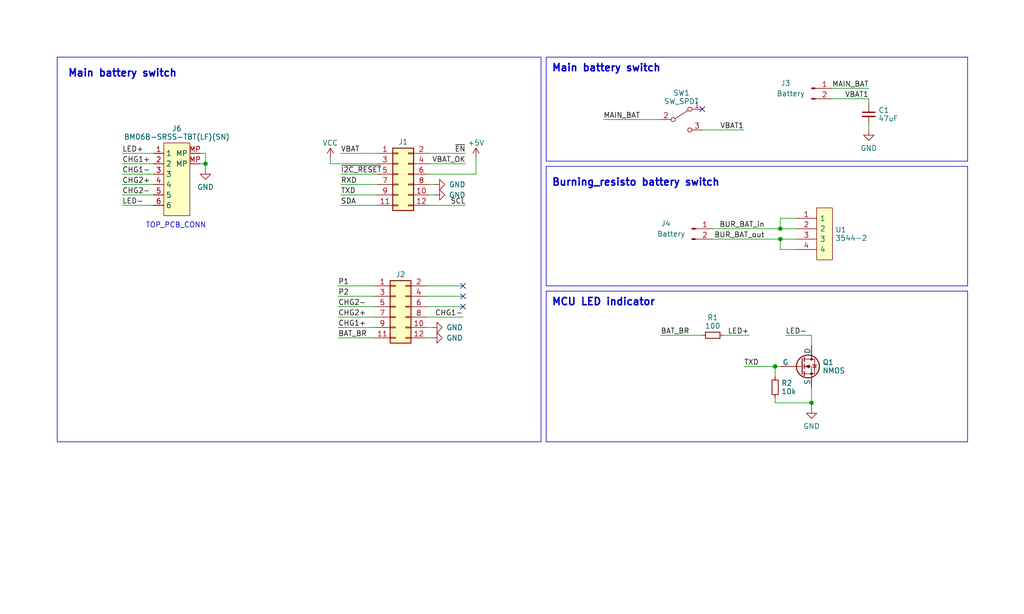
<source format=kicad_sch>
(kicad_sch (version 20230121) (generator eeschema)

  (uuid 65265907-6721-4f79-b3a8-f708d4e7460b)

  (paper "User" 250.012 150.012)

  (title_block
    (title "HexSense Svalbard - PWR")
    (date "2023-05-23")
    (company "MIT Media Lab")
    (comment 1 "Fangzheng Liu")
  )

  (lib_symbols
    (symbol "Connector:Conn_01x02_Male" (pin_names (offset 1.016) hide) (in_bom yes) (on_board yes)
      (property "Reference" "J" (at 0 2.54 0)
        (effects (font (size 1.27 1.27)))
      )
      (property "Value" "Conn_01x02_Male" (at 0 -5.08 0)
        (effects (font (size 1.27 1.27)))
      )
      (property "Footprint" "" (at 0 0 0)
        (effects (font (size 1.27 1.27)) hide)
      )
      (property "Datasheet" "~" (at 0 0 0)
        (effects (font (size 1.27 1.27)) hide)
      )
      (property "ki_keywords" "connector" (at 0 0 0)
        (effects (font (size 1.27 1.27)) hide)
      )
      (property "ki_description" "Generic connector, single row, 01x02, script generated (kicad-library-utils/schlib/autogen/connector/)" (at 0 0 0)
        (effects (font (size 1.27 1.27)) hide)
      )
      (property "ki_fp_filters" "Connector*:*_1x??_*" (at 0 0 0)
        (effects (font (size 1.27 1.27)) hide)
      )
      (symbol "Conn_01x02_Male_1_1"
        (polyline
          (pts
            (xy 1.27 -2.54)
            (xy 0.8636 -2.54)
          )
          (stroke (width 0.1524) (type default))
          (fill (type none))
        )
        (polyline
          (pts
            (xy 1.27 0)
            (xy 0.8636 0)
          )
          (stroke (width 0.1524) (type default))
          (fill (type none))
        )
        (rectangle (start 0.8636 -2.413) (end 0 -2.667)
          (stroke (width 0.1524) (type default))
          (fill (type outline))
        )
        (rectangle (start 0.8636 0.127) (end 0 -0.127)
          (stroke (width 0.1524) (type default))
          (fill (type outline))
        )
        (pin passive line (at 5.08 0 180) (length 3.81)
          (name "Pin_1" (effects (font (size 1.27 1.27))))
          (number "1" (effects (font (size 1.27 1.27))))
        )
        (pin passive line (at 5.08 -2.54 180) (length 3.81)
          (name "Pin_2" (effects (font (size 1.27 1.27))))
          (number "2" (effects (font (size 1.27 1.27))))
        )
      )
    )
    (symbol "Connector_Generic:Conn_02x06_Odd_Even" (pin_names (offset 1.016) hide) (in_bom yes) (on_board yes)
      (property "Reference" "J" (at 1.27 7.62 0)
        (effects (font (size 1.27 1.27)))
      )
      (property "Value" "Conn_02x06_Odd_Even" (at 1.27 -10.16 0)
        (effects (font (size 1.27 1.27)))
      )
      (property "Footprint" "" (at 0 0 0)
        (effects (font (size 1.27 1.27)) hide)
      )
      (property "Datasheet" "~" (at 0 0 0)
        (effects (font (size 1.27 1.27)) hide)
      )
      (property "ki_keywords" "connector" (at 0 0 0)
        (effects (font (size 1.27 1.27)) hide)
      )
      (property "ki_description" "Generic connector, double row, 02x06, odd/even pin numbering scheme (row 1 odd numbers, row 2 even numbers), script generated (kicad-library-utils/schlib/autogen/connector/)" (at 0 0 0)
        (effects (font (size 1.27 1.27)) hide)
      )
      (property "ki_fp_filters" "Connector*:*_2x??_*" (at 0 0 0)
        (effects (font (size 1.27 1.27)) hide)
      )
      (symbol "Conn_02x06_Odd_Even_1_1"
        (rectangle (start -1.27 -7.493) (end 0 -7.747)
          (stroke (width 0.1524) (type default))
          (fill (type none))
        )
        (rectangle (start -1.27 -4.953) (end 0 -5.207)
          (stroke (width 0.1524) (type default))
          (fill (type none))
        )
        (rectangle (start -1.27 -2.413) (end 0 -2.667)
          (stroke (width 0.1524) (type default))
          (fill (type none))
        )
        (rectangle (start -1.27 0.127) (end 0 -0.127)
          (stroke (width 0.1524) (type default))
          (fill (type none))
        )
        (rectangle (start -1.27 2.667) (end 0 2.413)
          (stroke (width 0.1524) (type default))
          (fill (type none))
        )
        (rectangle (start -1.27 5.207) (end 0 4.953)
          (stroke (width 0.1524) (type default))
          (fill (type none))
        )
        (rectangle (start -1.27 6.35) (end 3.81 -8.89)
          (stroke (width 0.254) (type default))
          (fill (type background))
        )
        (rectangle (start 3.81 -7.493) (end 2.54 -7.747)
          (stroke (width 0.1524) (type default))
          (fill (type none))
        )
        (rectangle (start 3.81 -4.953) (end 2.54 -5.207)
          (stroke (width 0.1524) (type default))
          (fill (type none))
        )
        (rectangle (start 3.81 -2.413) (end 2.54 -2.667)
          (stroke (width 0.1524) (type default))
          (fill (type none))
        )
        (rectangle (start 3.81 0.127) (end 2.54 -0.127)
          (stroke (width 0.1524) (type default))
          (fill (type none))
        )
        (rectangle (start 3.81 2.667) (end 2.54 2.413)
          (stroke (width 0.1524) (type default))
          (fill (type none))
        )
        (rectangle (start 3.81 5.207) (end 2.54 4.953)
          (stroke (width 0.1524) (type default))
          (fill (type none))
        )
        (pin passive line (at -5.08 5.08 0) (length 3.81)
          (name "Pin_1" (effects (font (size 1.27 1.27))))
          (number "1" (effects (font (size 1.27 1.27))))
        )
        (pin passive line (at 7.62 -5.08 180) (length 3.81)
          (name "Pin_10" (effects (font (size 1.27 1.27))))
          (number "10" (effects (font (size 1.27 1.27))))
        )
        (pin passive line (at -5.08 -7.62 0) (length 3.81)
          (name "Pin_11" (effects (font (size 1.27 1.27))))
          (number "11" (effects (font (size 1.27 1.27))))
        )
        (pin passive line (at 7.62 -7.62 180) (length 3.81)
          (name "Pin_12" (effects (font (size 1.27 1.27))))
          (number "12" (effects (font (size 1.27 1.27))))
        )
        (pin passive line (at 7.62 5.08 180) (length 3.81)
          (name "Pin_2" (effects (font (size 1.27 1.27))))
          (number "2" (effects (font (size 1.27 1.27))))
        )
        (pin passive line (at -5.08 2.54 0) (length 3.81)
          (name "Pin_3" (effects (font (size 1.27 1.27))))
          (number "3" (effects (font (size 1.27 1.27))))
        )
        (pin passive line (at 7.62 2.54 180) (length 3.81)
          (name "Pin_4" (effects (font (size 1.27 1.27))))
          (number "4" (effects (font (size 1.27 1.27))))
        )
        (pin passive line (at -5.08 0 0) (length 3.81)
          (name "Pin_5" (effects (font (size 1.27 1.27))))
          (number "5" (effects (font (size 1.27 1.27))))
        )
        (pin passive line (at 7.62 0 180) (length 3.81)
          (name "Pin_6" (effects (font (size 1.27 1.27))))
          (number "6" (effects (font (size 1.27 1.27))))
        )
        (pin passive line (at -5.08 -2.54 0) (length 3.81)
          (name "Pin_7" (effects (font (size 1.27 1.27))))
          (number "7" (effects (font (size 1.27 1.27))))
        )
        (pin passive line (at 7.62 -2.54 180) (length 3.81)
          (name "Pin_8" (effects (font (size 1.27 1.27))))
          (number "8" (effects (font (size 1.27 1.27))))
        )
        (pin passive line (at -5.08 -5.08 0) (length 3.81)
          (name "Pin_9" (effects (font (size 1.27 1.27))))
          (number "9" (effects (font (size 1.27 1.27))))
        )
      )
    )
    (symbol "Device:C_Small" (pin_numbers hide) (pin_names (offset 0.254) hide) (in_bom yes) (on_board yes)
      (property "Reference" "C" (at 0.254 1.778 0)
        (effects (font (size 1.27 1.27)) (justify left))
      )
      (property "Value" "C_Small" (at 0.254 -2.032 0)
        (effects (font (size 1.27 1.27)) (justify left))
      )
      (property "Footprint" "" (at 0 0 0)
        (effects (font (size 1.27 1.27)) hide)
      )
      (property "Datasheet" "~" (at 0 0 0)
        (effects (font (size 1.27 1.27)) hide)
      )
      (property "ki_keywords" "capacitor cap" (at 0 0 0)
        (effects (font (size 1.27 1.27)) hide)
      )
      (property "ki_description" "Unpolarized capacitor, small symbol" (at 0 0 0)
        (effects (font (size 1.27 1.27)) hide)
      )
      (property "ki_fp_filters" "C_*" (at 0 0 0)
        (effects (font (size 1.27 1.27)) hide)
      )
      (symbol "C_Small_0_1"
        (polyline
          (pts
            (xy -1.524 -0.508)
            (xy 1.524 -0.508)
          )
          (stroke (width 0.3302) (type default))
          (fill (type none))
        )
        (polyline
          (pts
            (xy -1.524 0.508)
            (xy 1.524 0.508)
          )
          (stroke (width 0.3048) (type default))
          (fill (type none))
        )
      )
      (symbol "C_Small_1_1"
        (pin passive line (at 0 2.54 270) (length 2.032)
          (name "~" (effects (font (size 1.27 1.27))))
          (number "1" (effects (font (size 1.27 1.27))))
        )
        (pin passive line (at 0 -2.54 90) (length 2.032)
          (name "~" (effects (font (size 1.27 1.27))))
          (number "2" (effects (font (size 1.27 1.27))))
        )
      )
    )
    (symbol "Device:R_Small" (pin_numbers hide) (pin_names (offset 0.254) hide) (in_bom yes) (on_board yes)
      (property "Reference" "R" (at 0.762 0.508 0)
        (effects (font (size 1.27 1.27)) (justify left))
      )
      (property "Value" "R_Small" (at 0.762 -1.016 0)
        (effects (font (size 1.27 1.27)) (justify left))
      )
      (property "Footprint" "" (at 0 0 0)
        (effects (font (size 1.27 1.27)) hide)
      )
      (property "Datasheet" "~" (at 0 0 0)
        (effects (font (size 1.27 1.27)) hide)
      )
      (property "ki_keywords" "R resistor" (at 0 0 0)
        (effects (font (size 1.27 1.27)) hide)
      )
      (property "ki_description" "Resistor, small symbol" (at 0 0 0)
        (effects (font (size 1.27 1.27)) hide)
      )
      (property "ki_fp_filters" "R_*" (at 0 0 0)
        (effects (font (size 1.27 1.27)) hide)
      )
      (symbol "R_Small_0_1"
        (rectangle (start -0.762 1.778) (end 0.762 -1.778)
          (stroke (width 0.2032) (type default))
          (fill (type none))
        )
      )
      (symbol "R_Small_1_1"
        (pin passive line (at 0 2.54 270) (length 0.762)
          (name "~" (effects (font (size 1.27 1.27))))
          (number "1" (effects (font (size 1.27 1.27))))
        )
        (pin passive line (at 0 -2.54 90) (length 0.762)
          (name "~" (effects (font (size 1.27 1.27))))
          (number "2" (effects (font (size 1.27 1.27))))
        )
      )
    )
    (symbol "Mylib:BM06B-SURS-TF(LF)(SN)" (in_bom yes) (on_board yes)
      (property "Reference" "J" (at 0 6.35 0)
        (effects (font (size 1.27 1.27)))
      )
      (property "Value" "BM06B-SURS-TF(LF)(SN)" (at 0 3.81 0)
        (effects (font (size 1.27 1.27)))
      )
      (property "Footprint" "" (at 0 0 0)
        (effects (font (size 1.27 1.27)) hide)
      )
      (property "Datasheet" "" (at 0 0 0)
        (effects (font (size 1.27 1.27)) hide)
      )
      (symbol "BM06B-SURS-TF(LF)(SN)_0_1"
        (rectangle (start -2.54 2.54) (end 3.81 -15.24)
          (stroke (width 0.1524) (type default))
          (fill (type background))
        )
      )
      (symbol "BM06B-SURS-TF(LF)(SN)_1_1"
        (pin input line (at -5.08 0 0) (length 2.54)
          (name "1" (effects (font (size 1.27 1.27))))
          (number "1" (effects (font (size 1.27 1.27))))
        )
        (pin input line (at -5.08 -2.54 0) (length 2.54)
          (name "2" (effects (font (size 1.27 1.27))))
          (number "2" (effects (font (size 1.27 1.27))))
        )
        (pin input line (at -5.08 -5.08 0) (length 2.54)
          (name "3" (effects (font (size 1.27 1.27))))
          (number "3" (effects (font (size 1.27 1.27))))
        )
        (pin input line (at -5.08 -7.62 0) (length 2.54)
          (name "4" (effects (font (size 1.27 1.27))))
          (number "4" (effects (font (size 1.27 1.27))))
        )
        (pin input line (at -5.08 -10.16 0) (length 2.54)
          (name "5" (effects (font (size 1.27 1.27))))
          (number "5" (effects (font (size 1.27 1.27))))
        )
        (pin input line (at -5.08 -12.7 0) (length 2.54)
          (name "6" (effects (font (size 1.27 1.27))))
          (number "6" (effects (font (size 1.27 1.27))))
        )
        (pin input line (at 6.35 -2.54 180) (length 2.54)
          (name "MP" (effects (font (size 1.27 1.27))))
          (number "MP" (effects (font (size 1.27 1.27))))
        )
        (pin input line (at 6.35 0 180) (length 2.54)
          (name "MP" (effects (font (size 1.27 1.27))))
          (number "MP" (effects (font (size 1.27 1.27))))
        )
      )
    )
    (symbol "SamacSys_Parts:3544-2" (pin_names (offset 0.762)) (in_bom yes) (on_board yes)
      (property "Reference" "U1" (at 10.16 -2.54 0)
        (effects (font (size 1.27 1.27)) (justify left))
      )
      (property "Value" "3544-2" (at 10.16 -5.08 0)
        (effects (font (size 1.27 1.27)) (justify left))
      )
      (property "Footprint" "SamacSys_Parts:3544-2" (at 16.51 2.54 0)
        (effects (font (size 1.27 1.27)) (justify left) hide)
      )
      (property "Datasheet" "http://www.keyelco.com/product-pdf.cfm?p=1376" (at 16.51 0 0)
        (effects (font (size 1.27 1.27)) (justify left) hide)
      )
      (property "Description" "KEYSTONE - 3544-2 - FUSE HOLDER, 20A" (at 17.78 -2.54 0)
        (effects (font (size 1.27 1.27)) (justify left) hide)
      )
      (property "Height" "" (at 16.51 -5.08 0)
        (effects (font (size 1.27 1.27)) (justify left) hide)
      )
      (property "Manufacturer_Name" "Keystone Electronics" (at 16.51 -7.62 0)
        (effects (font (size 1.27 1.27)) (justify left) hide)
      )
      (property "Manufacturer_Part_Number" "3544-2" (at 16.51 -10.16 0)
        (effects (font (size 1.27 1.27)) (justify left) hide)
      )
      (property "Mouser Part Number" "534-3544-2" (at 16.51 -12.7 0)
        (effects (font (size 1.27 1.27)) (justify left) hide)
      )
      (property "Mouser Price/Stock" "https://www.mouser.co.uk/ProductDetail/Keystone-Electronics/3544-2?qs=zfzUrXoPZmgpv1XvMy4yHg%3D%3D" (at 16.51 -15.24 0)
        (effects (font (size 1.27 1.27)) (justify left) hide)
      )
      (property "Arrow Part Number" "3544-2" (at 16.51 -17.78 0)
        (effects (font (size 1.27 1.27)) (justify left) hide)
      )
      (property "Arrow Price/Stock" "https://www.arrow.com/en/products/3544-2/keystone-electronics?region=europe" (at 16.51 -20.32 0)
        (effects (font (size 1.27 1.27)) (justify left) hide)
      )
      (property "ki_description" "KEYSTONE - 3544-2 - FUSE HOLDER, 20A" (at 0 0 0)
        (effects (font (size 1.27 1.27)) hide)
      )
      (symbol "3544-2_0_0"
        (pin passive line (at 0 0 0) (length 5.08)
          (name "1" (effects (font (size 1.27 1.27))))
          (number "1" (effects (font (size 1.27 1.27))))
        )
        (pin passive line (at 0 -2.54 0) (length 5.08)
          (name "2" (effects (font (size 1.27 1.27))))
          (number "2" (effects (font (size 1.27 1.27))))
        )
        (pin passive line (at 0 -5.08 0) (length 5.08)
          (name "3" (effects (font (size 1.27 1.27))))
          (number "3" (effects (font (size 1.27 1.27))))
        )
        (pin passive line (at 0 -7.62 0) (length 5.08)
          (name "4" (effects (font (size 1.27 1.27))))
          (number "4" (effects (font (size 1.27 1.27))))
        )
      )
      (symbol "3544-2_1_1"
        (polyline
          (pts
            (xy 5.08 2.54)
            (xy 8.89 2.54)
            (xy 8.89 -10.16)
            (xy 5.08 -10.16)
            (xy 5.08 2.54)
          )
          (stroke (width 0.1524) (type solid))
          (fill (type background))
        )
      )
    )
    (symbol "Simulation_SPICE:NMOS" (pin_numbers hide) (pin_names (offset 0)) (in_bom yes) (on_board yes)
      (property "Reference" "Q" (at 5.08 1.27 0)
        (effects (font (size 1.27 1.27)) (justify left))
      )
      (property "Value" "NMOS" (at 5.08 -1.27 0)
        (effects (font (size 1.27 1.27)) (justify left))
      )
      (property "Footprint" "" (at 5.08 2.54 0)
        (effects (font (size 1.27 1.27)) hide)
      )
      (property "Datasheet" "https://ngspice.sourceforge.io/docs/ngspice-manual.pdf" (at 0 -12.7 0)
        (effects (font (size 1.27 1.27)) hide)
      )
      (property "Sim.Device" "NMOS" (at 0 -17.145 0)
        (effects (font (size 1.27 1.27)) hide)
      )
      (property "Sim.Type" "VDMOS" (at 0 -19.05 0)
        (effects (font (size 1.27 1.27)) hide)
      )
      (property "Sim.Pins" "1=D 2=G 3=S" (at 0 -15.24 0)
        (effects (font (size 1.27 1.27)) hide)
      )
      (property "ki_keywords" "transistor NMOS N-MOS N-MOSFET simulation" (at 0 0 0)
        (effects (font (size 1.27 1.27)) hide)
      )
      (property "ki_description" "N-MOSFET transistor, drain/source/gate" (at 0 0 0)
        (effects (font (size 1.27 1.27)) hide)
      )
      (symbol "NMOS_0_1"
        (polyline
          (pts
            (xy 0.254 0)
            (xy -2.54 0)
          )
          (stroke (width 0) (type default))
          (fill (type none))
        )
        (polyline
          (pts
            (xy 0.254 1.905)
            (xy 0.254 -1.905)
          )
          (stroke (width 0.254) (type default))
          (fill (type none))
        )
        (polyline
          (pts
            (xy 0.762 -1.27)
            (xy 0.762 -2.286)
          )
          (stroke (width 0.254) (type default))
          (fill (type none))
        )
        (polyline
          (pts
            (xy 0.762 0.508)
            (xy 0.762 -0.508)
          )
          (stroke (width 0.254) (type default))
          (fill (type none))
        )
        (polyline
          (pts
            (xy 0.762 2.286)
            (xy 0.762 1.27)
          )
          (stroke (width 0.254) (type default))
          (fill (type none))
        )
        (polyline
          (pts
            (xy 2.54 2.54)
            (xy 2.54 1.778)
          )
          (stroke (width 0) (type default))
          (fill (type none))
        )
        (polyline
          (pts
            (xy 2.54 -2.54)
            (xy 2.54 0)
            (xy 0.762 0)
          )
          (stroke (width 0) (type default))
          (fill (type none))
        )
        (polyline
          (pts
            (xy 0.762 -1.778)
            (xy 3.302 -1.778)
            (xy 3.302 1.778)
            (xy 0.762 1.778)
          )
          (stroke (width 0) (type default))
          (fill (type none))
        )
        (polyline
          (pts
            (xy 1.016 0)
            (xy 2.032 0.381)
            (xy 2.032 -0.381)
            (xy 1.016 0)
          )
          (stroke (width 0) (type default))
          (fill (type outline))
        )
        (polyline
          (pts
            (xy 2.794 0.508)
            (xy 2.921 0.381)
            (xy 3.683 0.381)
            (xy 3.81 0.254)
          )
          (stroke (width 0) (type default))
          (fill (type none))
        )
        (polyline
          (pts
            (xy 3.302 0.381)
            (xy 2.921 -0.254)
            (xy 3.683 -0.254)
            (xy 3.302 0.381)
          )
          (stroke (width 0) (type default))
          (fill (type none))
        )
        (circle (center 1.651 0) (radius 2.794)
          (stroke (width 0.254) (type default))
          (fill (type none))
        )
        (circle (center 2.54 -1.778) (radius 0.254)
          (stroke (width 0) (type default))
          (fill (type outline))
        )
        (circle (center 2.54 1.778) (radius 0.254)
          (stroke (width 0) (type default))
          (fill (type outline))
        )
      )
      (symbol "NMOS_1_1"
        (pin passive line (at 2.54 5.08 270) (length 2.54)
          (name "D" (effects (font (size 1.27 1.27))))
          (number "1" (effects (font (size 1.27 1.27))))
        )
        (pin input line (at -5.08 0 0) (length 2.54)
          (name "G" (effects (font (size 1.27 1.27))))
          (number "2" (effects (font (size 1.27 1.27))))
        )
        (pin passive line (at 2.54 -5.08 90) (length 2.54)
          (name "S" (effects (font (size 1.27 1.27))))
          (number "3" (effects (font (size 1.27 1.27))))
        )
      )
    )
    (symbol "Switch:SW_SPDT" (pin_names (offset 0) hide) (in_bom yes) (on_board yes)
      (property "Reference" "SW" (at 0 4.318 0)
        (effects (font (size 1.27 1.27)))
      )
      (property "Value" "SW_SPDT" (at 0 -5.08 0)
        (effects (font (size 1.27 1.27)))
      )
      (property "Footprint" "" (at 0 0 0)
        (effects (font (size 1.27 1.27)) hide)
      )
      (property "Datasheet" "~" (at 0 0 0)
        (effects (font (size 1.27 1.27)) hide)
      )
      (property "ki_keywords" "switch single-pole double-throw spdt ON-ON" (at 0 0 0)
        (effects (font (size 1.27 1.27)) hide)
      )
      (property "ki_description" "Switch, single pole double throw" (at 0 0 0)
        (effects (font (size 1.27 1.27)) hide)
      )
      (symbol "SW_SPDT_0_0"
        (circle (center -2.032 0) (radius 0.508)
          (stroke (width 0) (type default))
          (fill (type none))
        )
        (circle (center 2.032 -2.54) (radius 0.508)
          (stroke (width 0) (type default))
          (fill (type none))
        )
      )
      (symbol "SW_SPDT_0_1"
        (polyline
          (pts
            (xy -1.524 0.254)
            (xy 1.651 2.286)
          )
          (stroke (width 0) (type default))
          (fill (type none))
        )
        (circle (center 2.032 2.54) (radius 0.508)
          (stroke (width 0) (type default))
          (fill (type none))
        )
      )
      (symbol "SW_SPDT_1_1"
        (pin passive line (at 5.08 2.54 180) (length 2.54)
          (name "A" (effects (font (size 1.27 1.27))))
          (number "1" (effects (font (size 1.27 1.27))))
        )
        (pin passive line (at -5.08 0 0) (length 2.54)
          (name "B" (effects (font (size 1.27 1.27))))
          (number "2" (effects (font (size 1.27 1.27))))
        )
        (pin passive line (at 5.08 -2.54 180) (length 2.54)
          (name "C" (effects (font (size 1.27 1.27))))
          (number "3" (effects (font (size 1.27 1.27))))
        )
      )
    )
    (symbol "power:+5V" (power) (pin_names (offset 0)) (in_bom yes) (on_board yes)
      (property "Reference" "#PWR" (at 0 -3.81 0)
        (effects (font (size 1.27 1.27)) hide)
      )
      (property "Value" "+5V" (at 0 3.556 0)
        (effects (font (size 1.27 1.27)))
      )
      (property "Footprint" "" (at 0 0 0)
        (effects (font (size 1.27 1.27)) hide)
      )
      (property "Datasheet" "" (at 0 0 0)
        (effects (font (size 1.27 1.27)) hide)
      )
      (property "ki_keywords" "power-flag" (at 0 0 0)
        (effects (font (size 1.27 1.27)) hide)
      )
      (property "ki_description" "Power symbol creates a global label with name \"+5V\"" (at 0 0 0)
        (effects (font (size 1.27 1.27)) hide)
      )
      (symbol "+5V_0_1"
        (polyline
          (pts
            (xy -0.762 1.27)
            (xy 0 2.54)
          )
          (stroke (width 0) (type default))
          (fill (type none))
        )
        (polyline
          (pts
            (xy 0 0)
            (xy 0 2.54)
          )
          (stroke (width 0) (type default))
          (fill (type none))
        )
        (polyline
          (pts
            (xy 0 2.54)
            (xy 0.762 1.27)
          )
          (stroke (width 0) (type default))
          (fill (type none))
        )
      )
      (symbol "+5V_1_1"
        (pin power_in line (at 0 0 90) (length 0) hide
          (name "+5V" (effects (font (size 1.27 1.27))))
          (number "1" (effects (font (size 1.27 1.27))))
        )
      )
    )
    (symbol "power:GND" (power) (pin_names (offset 0)) (in_bom yes) (on_board yes)
      (property "Reference" "#PWR" (at 0 -6.35 0)
        (effects (font (size 1.27 1.27)) hide)
      )
      (property "Value" "GND" (at 0 -3.81 0)
        (effects (font (size 1.27 1.27)))
      )
      (property "Footprint" "" (at 0 0 0)
        (effects (font (size 1.27 1.27)) hide)
      )
      (property "Datasheet" "" (at 0 0 0)
        (effects (font (size 1.27 1.27)) hide)
      )
      (property "ki_keywords" "power-flag" (at 0 0 0)
        (effects (font (size 1.27 1.27)) hide)
      )
      (property "ki_description" "Power symbol creates a global label with name \"GND\" , ground" (at 0 0 0)
        (effects (font (size 1.27 1.27)) hide)
      )
      (symbol "GND_0_1"
        (polyline
          (pts
            (xy 0 0)
            (xy 0 -1.27)
            (xy 1.27 -1.27)
            (xy 0 -2.54)
            (xy -1.27 -1.27)
            (xy 0 -1.27)
          )
          (stroke (width 0) (type default))
          (fill (type none))
        )
      )
      (symbol "GND_1_1"
        (pin power_in line (at 0 0 270) (length 0) hide
          (name "GND" (effects (font (size 1.27 1.27))))
          (number "1" (effects (font (size 1.27 1.27))))
        )
      )
    )
    (symbol "power:VCC" (power) (pin_names (offset 0)) (in_bom yes) (on_board yes)
      (property "Reference" "#PWR" (at 0 -3.81 0)
        (effects (font (size 1.27 1.27)) hide)
      )
      (property "Value" "VCC" (at 0 3.81 0)
        (effects (font (size 1.27 1.27)))
      )
      (property "Footprint" "" (at 0 0 0)
        (effects (font (size 1.27 1.27)) hide)
      )
      (property "Datasheet" "" (at 0 0 0)
        (effects (font (size 1.27 1.27)) hide)
      )
      (property "ki_keywords" "global power" (at 0 0 0)
        (effects (font (size 1.27 1.27)) hide)
      )
      (property "ki_description" "Power symbol creates a global label with name \"VCC\"" (at 0 0 0)
        (effects (font (size 1.27 1.27)) hide)
      )
      (symbol "VCC_0_1"
        (polyline
          (pts
            (xy -0.762 1.27)
            (xy 0 2.54)
          )
          (stroke (width 0) (type default))
          (fill (type none))
        )
        (polyline
          (pts
            (xy 0 0)
            (xy 0 2.54)
          )
          (stroke (width 0) (type default))
          (fill (type none))
        )
        (polyline
          (pts
            (xy 0 2.54)
            (xy 0.762 1.27)
          )
          (stroke (width 0) (type default))
          (fill (type none))
        )
      )
      (symbol "VCC_1_1"
        (pin power_in line (at 0 0 90) (length 0) hide
          (name "VCC" (effects (font (size 1.27 1.27))))
          (number "1" (effects (font (size 1.27 1.27))))
        )
      )
    )
  )

  (junction (at 190.5 58.42) (diameter 0) (color 0 0 0 0)
    (uuid 4539ac84-699c-416d-bcf3-26f4eaed32da)
  )
  (junction (at 190.5 55.88) (diameter 0) (color 0 0 0 0)
    (uuid 504afac5-14ca-4288-86c7-4f499e24adf0)
  )
  (junction (at 198.12 98.425) (diameter 0) (color 0 0 0 0)
    (uuid 5f941108-7171-47a6-9639-0076263c8cb4)
  )
  (junction (at 189.23 89.535) (diameter 0) (color 0 0 0 0)
    (uuid 8b7eb9aa-13d9-4d7d-a3c0-521dd65b121e)
  )
  (junction (at 50.165 40.005) (diameter 0) (color 0 0 0 0)
    (uuid 9a0b55ac-c17c-471b-8a0e-e9b92df120c9)
  )

  (no_connect (at 171.45 26.67) (uuid 138df41c-aa45-4188-9d8b-788c1c9eba30))
  (no_connect (at 113.03 69.85) (uuid 37783b44-fbce-4595-a25e-e1863b12b213))
  (no_connect (at 113.03 74.93) (uuid 4315f4a4-0b5e-41f5-89e1-617153e122ee))
  (no_connect (at 113.03 72.39) (uuid e011afd3-1294-44e5-bae7-7c77e9cef1c5))

  (wire (pts (xy 82.55 80.01) (xy 91.44 80.01))
    (stroke (width 0) (type default))
    (uuid 0045f23c-9eba-48d1-986b-2407f6cdaa38)
  )
  (polyline (pts (xy 236.22 40.64) (xy 236.22 69.85))
    (stroke (width 0) (type default))
    (uuid 027d512b-e8c6-4a51-acb7-2e0c7560e559)
  )

  (wire (pts (xy 29.845 42.545) (xy 37.465 42.545))
    (stroke (width 0) (type default))
    (uuid 0719eb21-f7cf-4a21-86bf-cdb0c3494331)
  )
  (wire (pts (xy 171.45 31.75) (xy 181.61 31.75))
    (stroke (width 0) (type default))
    (uuid 0fecc62d-c589-4edb-9edd-dd6fdc989446)
  )
  (wire (pts (xy 83.185 37.465) (xy 92.075 37.465))
    (stroke (width 0) (type default))
    (uuid 12714f8a-61e4-4629-9271-1936453900ed)
  )
  (wire (pts (xy 104.775 40.005) (xy 113.665 40.005))
    (stroke (width 0) (type default))
    (uuid 16253c42-2c31-4e25-8cc3-073230ac297e)
  )
  (wire (pts (xy 203.2 21.59) (xy 212.09 21.59))
    (stroke (width 0) (type default))
    (uuid 18c4d9f3-cadc-4442-9fbd-a7ceac83d41d)
  )
  (polyline (pts (xy 133.35 13.97) (xy 133.35 39.37))
    (stroke (width 0) (type default))
    (uuid 1c8c2bc9-89ec-4a26-a70b-0588137c3bfa)
  )
  (polyline (pts (xy 236.22 39.37) (xy 133.35 39.37))
    (stroke (width 0) (type default))
    (uuid 2da2df58-cbfd-4b3c-8cb1-632acfe45655)
  )
  (polyline (pts (xy 13.97 13.97) (xy 13.97 107.95))
    (stroke (width 0) (type default))
    (uuid 2ee0b466-c444-4035-84c9-a050e466f5bc)
  )

  (wire (pts (xy 104.14 74.93) (xy 113.03 74.93))
    (stroke (width 0) (type default))
    (uuid 36a9def0-b220-496c-a586-9544fa09c5ee)
  )
  (wire (pts (xy 104.775 50.165) (xy 113.665 50.165))
    (stroke (width 0) (type default))
    (uuid 3982c744-f4e8-4662-83ad-e687811e23d3)
  )
  (wire (pts (xy 48.895 40.005) (xy 50.165 40.005))
    (stroke (width 0) (type default))
    (uuid 401610d2-6ae5-4fec-b776-85942803d6d6)
  )
  (wire (pts (xy 116.205 42.545) (xy 116.205 38.735))
    (stroke (width 0) (type default))
    (uuid 41b5b2b1-1678-461e-b0d5-0d7db7fce728)
  )
  (polyline (pts (xy 236.22 107.95) (xy 133.35 107.95))
    (stroke (width 0) (type default))
    (uuid 4b429acb-57b4-4989-9e8d-1082f8a5adf3)
  )

  (wire (pts (xy 203.2 24.13) (xy 212.09 24.13))
    (stroke (width 0) (type default))
    (uuid 4e8ed6e0-0dab-47f5-bcf0-a4956039639c)
  )
  (wire (pts (xy 212.09 30.48) (xy 212.09 31.75))
    (stroke (width 0) (type default))
    (uuid 51d01b48-5461-418d-90d9-09009f8c1826)
  )
  (wire (pts (xy 50.165 40.005) (xy 50.165 41.275))
    (stroke (width 0) (type default))
    (uuid 53b669c7-95a2-49e7-9f95-55f1821180e5)
  )
  (polyline (pts (xy 133.35 40.64) (xy 236.22 40.64))
    (stroke (width 0) (type default))
    (uuid 53d0b2cd-bae8-420b-b9ef-ee753e4b5b86)
  )

  (wire (pts (xy 82.55 69.85) (xy 91.44 69.85))
    (stroke (width 0) (type default))
    (uuid 585b5225-7359-467f-9ff8-092c37e29ef1)
  )
  (wire (pts (xy 190.5 58.42) (xy 190.5 60.96))
    (stroke (width 0) (type default))
    (uuid 59089d9d-b8e7-4146-ad80-0ad86b0efdcc)
  )
  (wire (pts (xy 190.5 53.34) (xy 194.31 53.34))
    (stroke (width 0) (type default))
    (uuid 5a57c927-7a0f-4929-97ba-4aeb67b99744)
  )
  (wire (pts (xy 198.12 94.615) (xy 198.12 98.425))
    (stroke (width 0) (type default))
    (uuid 5eeee511-07ac-4e17-b284-451c44f2df02)
  )
  (polyline (pts (xy 133.35 71.12) (xy 236.22 71.12))
    (stroke (width 0) (type default))
    (uuid 5febc6be-b4ee-4d0c-a29f-e029cb621db5)
  )

  (wire (pts (xy 161.29 81.915) (xy 171.45 81.915))
    (stroke (width 0) (type default))
    (uuid 6508f34c-727a-47be-9272-9c195ab33e7f)
  )
  (polyline (pts (xy 133.35 71.12) (xy 133.35 107.95))
    (stroke (width 0) (type default))
    (uuid 66f4c496-008b-4b18-8003-dfd848ed9312)
  )

  (wire (pts (xy 173.99 58.42) (xy 190.5 58.42))
    (stroke (width 0) (type default))
    (uuid 68b990e1-3330-44b0-b756-4dad6d8904ac)
  )
  (wire (pts (xy 82.55 82.55) (xy 91.44 82.55))
    (stroke (width 0) (type default))
    (uuid 69d5a888-69a6-4d72-868c-162b5320d8b9)
  )
  (wire (pts (xy 29.845 37.465) (xy 37.465 37.465))
    (stroke (width 0) (type default))
    (uuid 6a662b2b-5321-4c39-a0d0-bd3040d485f0)
  )
  (wire (pts (xy 29.845 40.005) (xy 37.465 40.005))
    (stroke (width 0) (type default))
    (uuid 6cd951cc-dec9-4f38-9024-773532764f5a)
  )
  (polyline (pts (xy 236.22 69.85) (xy 133.35 69.85))
    (stroke (width 0) (type default))
    (uuid 6f364b94-e652-481f-92d8-ae2a245f9439)
  )

  (wire (pts (xy 104.14 82.55) (xy 105.41 82.55))
    (stroke (width 0) (type default))
    (uuid 6fe577a2-6a4b-4d9f-8a3b-3ccfb85e2e99)
  )
  (polyline (pts (xy 132.08 13.97) (xy 132.08 107.95))
    (stroke (width 0) (type default))
    (uuid 704e2086-fcdc-4e75-94a6-ce92c6b9475a)
  )

  (wire (pts (xy 104.775 45.085) (xy 106.045 45.085))
    (stroke (width 0) (type default))
    (uuid 711b7139-c089-4f86-b45a-f4d923f0d3d8)
  )
  (wire (pts (xy 104.14 80.01) (xy 105.41 80.01))
    (stroke (width 0) (type default))
    (uuid 7842310a-bd28-41e9-aae9-c02622c46b26)
  )
  (wire (pts (xy 80.645 38.735) (xy 80.645 40.005))
    (stroke (width 0) (type default))
    (uuid 796c096f-40b9-46e9-a4ed-44b4acac758f)
  )
  (wire (pts (xy 83.185 45.085) (xy 92.075 45.085))
    (stroke (width 0) (type default))
    (uuid 7aa5f693-d348-477c-9bad-a75756295c2c)
  )
  (wire (pts (xy 189.23 89.535) (xy 190.5 89.535))
    (stroke (width 0) (type default))
    (uuid 7fab0d3d-445f-4a24-945d-fe024e4bc0be)
  )
  (wire (pts (xy 48.895 37.465) (xy 50.165 37.465))
    (stroke (width 0) (type default))
    (uuid 80d913bc-9ca0-4fd9-b9a0-59d5d19d4654)
  )
  (wire (pts (xy 82.55 72.39) (xy 91.44 72.39))
    (stroke (width 0) (type default))
    (uuid 832396d4-4e18-46b3-a9b9-e0faff65ee59)
  )
  (wire (pts (xy 83.185 47.625) (xy 92.075 47.625))
    (stroke (width 0) (type default))
    (uuid 837b8984-5390-43f0-b9d1-cf10ac906e36)
  )
  (wire (pts (xy 83.185 50.165) (xy 92.075 50.165))
    (stroke (width 0) (type default))
    (uuid 8820933c-6c12-4820-bce7-452825f2ca79)
  )
  (wire (pts (xy 198.12 84.455) (xy 198.12 81.915))
    (stroke (width 0) (type default))
    (uuid 8b6c66c3-3f0d-4e6a-93ac-3114f594bd69)
  )
  (wire (pts (xy 190.5 60.96) (xy 194.31 60.96))
    (stroke (width 0) (type default))
    (uuid 91f47c30-edc0-4ffc-ae79-6c0f01c5212d)
  )
  (polyline (pts (xy 132.08 107.95) (xy 13.97 107.95))
    (stroke (width 0) (type default))
    (uuid 92c8d89d-10ba-464b-92b9-3d6c477d66f0)
  )

  (wire (pts (xy 82.55 77.47) (xy 91.44 77.47))
    (stroke (width 0) (type default))
    (uuid 943378bb-2426-4acb-b01e-8562ab600e3b)
  )
  (polyline (pts (xy 236.22 13.97) (xy 236.22 39.37))
    (stroke (width 0) (type default))
    (uuid 943c0282-9c76-489b-b67d-c755ac593417)
  )

  (wire (pts (xy 190.5 53.34) (xy 190.5 55.88))
    (stroke (width 0) (type default))
    (uuid 96714258-ab0d-47e5-912a-07c5598f03a2)
  )
  (wire (pts (xy 190.5 58.42) (xy 194.31 58.42))
    (stroke (width 0) (type default))
    (uuid 994b2972-c3d1-430b-8ad9-6b83fda44ed5)
  )
  (wire (pts (xy 173.99 55.88) (xy 190.5 55.88))
    (stroke (width 0) (type default))
    (uuid 9adaca9b-60e3-4645-a328-97d53ad39310)
  )
  (wire (pts (xy 83.185 42.545) (xy 92.075 42.545))
    (stroke (width 0) (type default))
    (uuid 9c71b4ee-ed68-4401-b26a-ec53f3aac1b9)
  )
  (wire (pts (xy 29.845 47.625) (xy 37.465 47.625))
    (stroke (width 0) (type default))
    (uuid 9e848875-1617-4054-ab54-7b9587bbcfec)
  )
  (wire (pts (xy 82.55 74.93) (xy 91.44 74.93))
    (stroke (width 0) (type default))
    (uuid a82d7628-6b5c-46b1-ad20-b2b33a94b20c)
  )
  (wire (pts (xy 104.775 47.625) (xy 106.045 47.625))
    (stroke (width 0) (type default))
    (uuid a8eee639-9631-4a35-8781-a5cd40ebee76)
  )
  (polyline (pts (xy 133.35 40.64) (xy 133.35 69.85))
    (stroke (width 0) (type default))
    (uuid aa48925a-f632-4a1b-9aa1-88eef136586e)
  )

  (wire (pts (xy 104.14 77.47) (xy 113.03 77.47))
    (stroke (width 0) (type default))
    (uuid af699f7e-863a-46db-8213-2e97e151c30c)
  )
  (wire (pts (xy 212.09 24.13) (xy 212.09 25.4))
    (stroke (width 0) (type default))
    (uuid b1743b8d-5250-46d7-86d6-a8b9ad9fd37e)
  )
  (wire (pts (xy 80.645 40.005) (xy 92.075 40.005))
    (stroke (width 0) (type default))
    (uuid b6dda093-d8c3-469d-9eec-b094b870853f)
  )
  (wire (pts (xy 189.23 98.425) (xy 198.12 98.425))
    (stroke (width 0) (type default))
    (uuid b6fae08c-f97f-4f69-b8a4-80823e6a2920)
  )
  (wire (pts (xy 50.165 37.465) (xy 50.165 40.005))
    (stroke (width 0) (type default))
    (uuid bb1f8bb4-802a-4060-9ec3-b6388ae33e67)
  )
  (wire (pts (xy 104.775 37.465) (xy 113.665 37.465))
    (stroke (width 0) (type default))
    (uuid bf2735b9-f3a2-4e09-aa19-3291f6fee7cb)
  )
  (wire (pts (xy 29.845 50.165) (xy 37.465 50.165))
    (stroke (width 0) (type default))
    (uuid c3df8bd4-9486-417a-bfaf-ef1b586c4c17)
  )
  (wire (pts (xy 104.775 42.545) (xy 116.205 42.545))
    (stroke (width 0) (type default))
    (uuid c4b7d2e8-3081-4f9f-9dd0-3bd74173a132)
  )
  (polyline (pts (xy 13.97 13.97) (xy 132.08 13.97))
    (stroke (width 0) (type default))
    (uuid c9eed2e8-0fc2-475a-b578-1752b80a7d0c)
  )

  (wire (pts (xy 181.61 89.535) (xy 189.23 89.535))
    (stroke (width 0) (type default))
    (uuid cde4128b-2203-4fbe-9d63-3c5bb4be830b)
  )
  (wire (pts (xy 176.53 81.915) (xy 182.88 81.915))
    (stroke (width 0) (type default))
    (uuid ce9c74b2-763d-4274-aeef-12234cd7992e)
  )
  (wire (pts (xy 190.5 55.88) (xy 194.31 55.88))
    (stroke (width 0) (type default))
    (uuid cf497187-fb07-45d6-b049-7bf67b6cf1f2)
  )
  (wire (pts (xy 104.14 69.85) (xy 113.03 69.85))
    (stroke (width 0) (type default))
    (uuid d2f344d5-7430-49ed-9921-43ec5e04c8ad)
  )
  (wire (pts (xy 104.14 72.39) (xy 113.03 72.39))
    (stroke (width 0) (type default))
    (uuid d32a31bb-0517-4bc8-a1e2-2a46e147386f)
  )
  (wire (pts (xy 198.12 98.425) (xy 198.12 99.695))
    (stroke (width 0) (type default))
    (uuid dd954d45-ed24-4735-9da6-c6db641e932a)
  )
  (wire (pts (xy 189.23 97.155) (xy 189.23 98.425))
    (stroke (width 0) (type default))
    (uuid def82201-9c89-418d-b517-e19f21377229)
  )
  (polyline (pts (xy 236.22 71.12) (xy 236.22 107.95))
    (stroke (width 0) (type default))
    (uuid e29ef409-d6c6-42c0-8eff-4c94560fdbea)
  )

  (wire (pts (xy 147.32 29.21) (xy 161.29 29.21))
    (stroke (width 0) (type default))
    (uuid e48a6e0d-8dd5-4cdd-a080-8520333deef2)
  )
  (wire (pts (xy 29.845 45.085) (xy 37.465 45.085))
    (stroke (width 0) (type default))
    (uuid eabf988e-dea5-48f0-b61e-ae6fe3d3f7bc)
  )
  (wire (pts (xy 191.77 81.915) (xy 198.12 81.915))
    (stroke (width 0) (type default))
    (uuid eb47dc24-ccba-404c-a949-a802385eceb1)
  )
  (wire (pts (xy 189.23 92.075) (xy 189.23 89.535))
    (stroke (width 0) (type default))
    (uuid f0471658-8ecf-44f8-aabe-8b076d7ac485)
  )
  (polyline (pts (xy 133.35 13.97) (xy 236.22 13.97))
    (stroke (width 0) (type default))
    (uuid f171d7d2-2d60-4dfc-886e-3e820eefb83c)
  )

  (text "Main battery switch" (at 16.51 19.05 0)
    (effects (font (size 1.778 1.778) (thickness 0.3556) bold) (justify left bottom))
    (uuid 29844382-3a74-4ab6-876b-afb49aaddf14)
  )
  (text "Main battery switch" (at 134.62 17.78 0)
    (effects (font (size 1.778 1.778) (thickness 0.3556) bold) (justify left bottom))
    (uuid 3656a60e-b3fe-434c-9fcc-a19d222c9fa8)
  )
  (text "Burning_resisto battery switch" (at 134.62 45.72 0)
    (effects (font (size 1.778 1.778) (thickness 0.3556) bold) (justify left bottom))
    (uuid 5434c9a0-2476-44dd-8c3d-f095c2dec7d5)
  )
  (text "MCU LED indicator" (at 134.62 74.93 0)
    (effects (font (size 1.778 1.778) (thickness 0.3556) bold) (justify left bottom))
    (uuid 7f62a2fc-5ec7-4031-beab-f69447773901)
  )
  (text "TOP_PCB_CONN" (at 35.56 55.88 0)
    (effects (font (size 1.27 1.27)) (justify left bottom))
    (uuid cdb30203-546d-4228-8c2e-947d1e0302fa)
  )

  (label "BAT_BR" (at 82.55 82.55 0) (fields_autoplaced)
    (effects (font (size 1.27 1.27)) (justify left bottom))
    (uuid 0458088f-c686-4961-af4c-17aae7d438a6)
  )
  (label "BUR_BAT_in" (at 186.69 55.88 180) (fields_autoplaced)
    (effects (font (size 1.27 1.27)) (justify right bottom))
    (uuid 188794db-49e1-466c-9ea5-9d5846fbd497)
  )
  (label "CHG1+" (at 29.845 40.005 0) (fields_autoplaced)
    (effects (font (size 1.27 1.27)) (justify left bottom))
    (uuid 19d77ea2-8059-43a6-b62f-c98cabbca737)
  )
  (label "CHG1+" (at 82.55 80.01 0) (fields_autoplaced)
    (effects (font (size 1.27 1.27)) (justify left bottom))
    (uuid 1b65b840-25bb-4d42-80a8-d1fb5cc791aa)
  )
  (label "CHG2+" (at 82.55 77.47 0) (fields_autoplaced)
    (effects (font (size 1.27 1.27)) (justify left bottom))
    (uuid 3224e070-d186-4cda-8f08-937d2349e0cc)
  )
  (label "VBAT_OK" (at 113.665 40.005 180) (fields_autoplaced)
    (effects (font (size 1.27 1.27)) (justify right bottom))
    (uuid 32ec9f70-7e20-49f7-bd49-05e22be6b21b)
  )
  (label "~{I2C_RESET}" (at 83.185 42.545 0) (fields_autoplaced)
    (effects (font (size 1.27 1.27)) (justify left bottom))
    (uuid 39df3a54-0ef6-4c22-9ffc-52f52726175c)
  )
  (label "CHG1-" (at 113.03 77.47 180) (fields_autoplaced)
    (effects (font (size 1.27 1.27)) (justify right bottom))
    (uuid 3d63fab5-f61e-40b4-af18-57db56136279)
  )
  (label "CHG1-" (at 29.845 42.545 0) (fields_autoplaced)
    (effects (font (size 1.27 1.27)) (justify left bottom))
    (uuid 4055a9ea-ffed-40d6-bff5-cd7d4bb52529)
  )
  (label "TXD" (at 181.61 89.535 0) (fields_autoplaced)
    (effects (font (size 1.27 1.27)) (justify left bottom))
    (uuid 4057c465-fccb-4b5a-a8ff-404a713e8598)
  )
  (label "LED+" (at 182.88 81.915 180) (fields_autoplaced)
    (effects (font (size 1.27 1.27)) (justify right bottom))
    (uuid 4b9dd854-5045-4d37-abae-9c6c3fe09d8e)
  )
  (label "P1" (at 82.55 69.85 0) (fields_autoplaced)
    (effects (font (size 1.27 1.27)) (justify left bottom))
    (uuid 4fd55049-6490-4bb6-9dd5-f3d293045832)
  )
  (label "VBAT1" (at 181.61 31.75 180) (fields_autoplaced)
    (effects (font (size 1.27 1.27)) (justify right bottom))
    (uuid 5efd81ce-1604-416d-bf5c-6659e39491cd)
  )
  (label "CHG2+" (at 29.845 45.085 0) (fields_autoplaced)
    (effects (font (size 1.27 1.27)) (justify left bottom))
    (uuid 60fc5283-b145-4bdf-958a-7c95f1991f6b)
  )
  (label "LED-" (at 191.77 81.915 0) (fields_autoplaced)
    (effects (font (size 1.27 1.27)) (justify left bottom))
    (uuid 6610d451-d703-4def-a222-11ddf2dacfa0)
  )
  (label "P2" (at 82.55 72.39 0) (fields_autoplaced)
    (effects (font (size 1.27 1.27)) (justify left bottom))
    (uuid 73a91c48-3b21-4bc6-9a2a-887a498f7c7f)
  )
  (label "BAT_BR" (at 161.29 81.915 0) (fields_autoplaced)
    (effects (font (size 1.27 1.27)) (justify left bottom))
    (uuid 854e101d-f55a-417a-a436-6d19a46b779d)
  )
  (label "LED-" (at 29.845 50.165 0) (fields_autoplaced)
    (effects (font (size 1.27 1.27)) (justify left bottom))
    (uuid 95e54981-9f56-4f48-93fe-a7fe1edc679a)
  )
  (label "CHG2-" (at 82.55 74.93 0) (fields_autoplaced)
    (effects (font (size 1.27 1.27)) (justify left bottom))
    (uuid 9b99d403-b973-4e22-961a-19531ac3950c)
  )
  (label "TXD" (at 83.185 47.625 0) (fields_autoplaced)
    (effects (font (size 1.27 1.27)) (justify left bottom))
    (uuid 9d2817b7-492d-4cc2-8fba-1978d1cd52cb)
  )
  (label "SCL" (at 113.665 50.165 180) (fields_autoplaced)
    (effects (font (size 1.27 1.27)) (justify right bottom))
    (uuid ab35cfc9-5e70-4086-a60e-c3f98bdb3d1b)
  )
  (label "SDA" (at 83.185 50.165 0) (fields_autoplaced)
    (effects (font (size 1.27 1.27)) (justify left bottom))
    (uuid ac4f86fc-c5d5-4fba-94f7-24c74c467455)
  )
  (label "VBAT1" (at 212.09 24.13 180) (fields_autoplaced)
    (effects (font (size 1.27 1.27)) (justify right bottom))
    (uuid b3b53e3e-c440-45c1-9ead-62d94763ba5d)
  )
  (label "VBAT" (at 83.185 37.465 0) (fields_autoplaced)
    (effects (font (size 1.27 1.27)) (justify left bottom))
    (uuid c5563439-fb76-4641-aae2-b8835142bda4)
  )
  (label "CHG2-" (at 29.845 47.625 0) (fields_autoplaced)
    (effects (font (size 1.27 1.27)) (justify left bottom))
    (uuid ccd84656-05da-4d9e-9b41-a31648706ddf)
  )
  (label "BUR_BAT_out" (at 186.69 58.42 180) (fields_autoplaced)
    (effects (font (size 1.27 1.27)) (justify right bottom))
    (uuid d07d1e5f-bb83-422c-be8b-a319d4e9bb20)
  )
  (label "RXD" (at 83.185 45.085 0) (fields_autoplaced)
    (effects (font (size 1.27 1.27)) (justify left bottom))
    (uuid da943933-0072-48bf-a5a9-a40081a9d584)
  )
  (label "MAIN_BAT" (at 212.09 21.59 180) (fields_autoplaced)
    (effects (font (size 1.27 1.27)) (justify right bottom))
    (uuid e0b69b31-2d10-46f2-8275-d14b1236118d)
  )
  (label "LED+" (at 29.845 37.465 0) (fields_autoplaced)
    (effects (font (size 1.27 1.27)) (justify left bottom))
    (uuid f9767cf5-cb44-426d-947f-8be723e47367)
  )
  (label "MAIN_BAT" (at 147.32 29.21 0) (fields_autoplaced)
    (effects (font (size 1.27 1.27)) (justify left bottom))
    (uuid f9e77f82-2fbc-41d3-9261-22448554fca4)
  )
  (label "~{EN}" (at 113.665 37.465 180) (fields_autoplaced)
    (effects (font (size 1.27 1.27)) (justify right bottom))
    (uuid ff662256-5d49-4274-8ac5-c1183143af83)
  )

  (symbol (lib_id "power:GND") (at 212.09 31.75 0) (unit 1)
    (in_bom yes) (on_board yes) (dnp no) (fields_autoplaced)
    (uuid 41612794-4c2f-4b59-9a65-3def70b22fac)
    (property "Reference" "#PWR02" (at 212.09 38.1 0)
      (effects (font (size 1.27 1.27)) hide)
    )
    (property "Value" "GND" (at 212.09 36.1934 0)
      (effects (font (size 1.27 1.27)))
    )
    (property "Footprint" "" (at 212.09 31.75 0)
      (effects (font (size 1.27 1.27)) hide)
    )
    (property "Datasheet" "" (at 212.09 31.75 0)
      (effects (font (size 1.27 1.27)) hide)
    )
    (pin "1" (uuid 29bf5c17-aa39-4688-9c84-bdc3f3fbe341))
    (instances
      (project "INDICATOR"
        (path "/65265907-6721-4f79-b3a8-f708d4e7460b"
          (reference "#PWR02") (unit 1)
        )
      )
      (project "CONN"
        (path "/e63e39d7-6ac0-4ffd-8aa3-1841a4541b55"
          (reference "#PWR0140") (unit 1)
        )
      )
    )
  )

  (symbol (lib_id "Connector_Generic:Conn_02x06_Odd_Even") (at 96.52 74.93 0) (unit 1)
    (in_bom yes) (on_board yes) (dnp no) (fields_autoplaced)
    (uuid 4f3a4584-52c5-4814-a86c-cffa10769ee1)
    (property "Reference" "J2" (at 97.79 67.048 0)
      (effects (font (size 1.27 1.27)))
    )
    (property "Value" "Conn_02x06_Odd_Even" (at 97.79 67.4171 0)
      (effects (font (size 1.27 1.27)) hide)
    )
    (property "Footprint" "Connector_PinHeader_2.54mm:PinHeader_2x06_P2.54mm_Vertical" (at 96.52 74.93 0)
      (effects (font (size 1.27 1.27)) hide)
    )
    (property "Datasheet" "~" (at 96.52 74.93 0)
      (effects (font (size 1.27 1.27)) hide)
    )
    (pin "1" (uuid 0160cd28-daa1-4f25-b60b-135745b8d2ea))
    (pin "10" (uuid 1db12eda-c6a5-433e-9f5b-49dc4a97fade))
    (pin "11" (uuid ce71f7a7-2023-4815-b172-2b2d7d7b358f))
    (pin "12" (uuid 980fbc82-8617-484c-824a-b7f9eac687d1))
    (pin "2" (uuid fab63c13-c08e-4dcb-a532-982722287c5f))
    (pin "3" (uuid cbe65dd8-4cd6-4465-bdc9-ad77e554c010))
    (pin "4" (uuid 68037dcd-48c0-4f2b-8f9f-657230e4a4f8))
    (pin "5" (uuid 4fa7f88c-de46-47e7-8b98-7fd6f848ba86))
    (pin "6" (uuid 2477db27-d150-4080-aaf0-3540b2bfee7a))
    (pin "7" (uuid fc55d3d9-f487-47ea-81fb-6e6fd08c6153))
    (pin "8" (uuid 39f9670f-1e83-41f1-a2cd-4a5eadea7e80))
    (pin "9" (uuid 93705f23-4c52-4960-86c6-3b60a58d5476))
    (instances
      (project "INDICATOR"
        (path "/65265907-6721-4f79-b3a8-f708d4e7460b"
          (reference "J2") (unit 1)
        )
      )
      (project "BURNING_R"
        (path "/e63e39d7-6ac0-4ffd-8aa3-1841a4541b55"
          (reference "J2") (unit 1)
        )
      )
    )
  )

  (symbol (lib_id "Connector:Conn_01x02_Male") (at 198.12 21.59 0) (unit 1)
    (in_bom yes) (on_board yes) (dnp no)
    (uuid 60510a67-ca97-4715-9269-64963d907606)
    (property "Reference" "J3" (at 191.77 20.32 0)
      (effects (font (size 1.27 1.27)))
    )
    (property "Value" "Battery" (at 193.04 22.86 0)
      (effects (font (size 1.27 1.27)))
    )
    (property "Footprint" "Connector_PinHeader_2.00mm:PinHeader_2x01_P2.00mm_Vertical" (at 198.12 21.59 0)
      (effects (font (size 1.27 1.27)) hide)
    )
    (property "Datasheet" "~" (at 198.12 21.59 0)
      (effects (font (size 1.27 1.27)) hide)
    )
    (pin "1" (uuid d6d5ef69-d6de-4c98-abd9-a781cad5d9e2))
    (pin "2" (uuid c434cc3c-d03c-4aaf-909f-9b6a2b7f71fe))
    (instances
      (project "INDICATOR"
        (path "/65265907-6721-4f79-b3a8-f708d4e7460b"
          (reference "J3") (unit 1)
        )
      )
    )
  )

  (symbol (lib_id "Device:C_Small") (at 212.09 27.94 0) (unit 1)
    (in_bom yes) (on_board yes) (dnp no) (fields_autoplaced)
    (uuid 6309c9d1-1560-469a-aaff-a30a89c39eb3)
    (property "Reference" "C1" (at 214.4141 26.9223 0)
      (effects (font (size 1.27 1.27)) (justify left))
    )
    (property "Value" "47uF" (at 214.4141 28.9703 0)
      (effects (font (size 1.27 1.27)) (justify left))
    )
    (property "Footprint" "Capacitor_Tantalum_SMD:CP_EIA-6032-15_Kemet-U_Pad2.25x2.35mm_HandSolder" (at 212.09 27.94 0)
      (effects (font (size 1.27 1.27)) hide)
    )
    (property "Datasheet" "~" (at 212.09 27.94 0)
      (effects (font (size 1.27 1.27)) hide)
    )
    (pin "1" (uuid 526dd957-68ee-4a1f-bff9-ab1099f7a173))
    (pin "2" (uuid 1b44787d-107a-452c-9230-542e29dc4bf7))
    (instances
      (project "INDICATOR"
        (path "/65265907-6721-4f79-b3a8-f708d4e7460b"
          (reference "C1") (unit 1)
        )
      )
    )
  )

  (symbol (lib_id "power:GND") (at 105.41 80.01 90) (unit 1)
    (in_bom yes) (on_board yes) (dnp no)
    (uuid 883e160a-3f0a-411c-ab07-15dba57e5d7c)
    (property "Reference" "#PWR014" (at 111.76 80.01 0)
      (effects (font (size 1.27 1.27)) hide)
    )
    (property "Value" "GND" (at 113.03 80.01 90)
      (effects (font (size 1.27 1.27)) (justify left))
    )
    (property "Footprint" "" (at 105.41 80.01 0)
      (effects (font (size 1.27 1.27)) hide)
    )
    (property "Datasheet" "" (at 105.41 80.01 0)
      (effects (font (size 1.27 1.27)) hide)
    )
    (pin "1" (uuid 7ad4b333-bb85-4437-bc90-d9aa0b6ff8cf))
    (instances
      (project "INDICATOR"
        (path "/65265907-6721-4f79-b3a8-f708d4e7460b"
          (reference "#PWR014") (unit 1)
        )
      )
      (project "BURNING_R"
        (path "/e63e39d7-6ac0-4ffd-8aa3-1841a4541b55"
          (reference "#PWR0132") (unit 1)
        )
      )
    )
  )

  (symbol (lib_id "power:+5V") (at 116.205 38.735 0) (unit 1)
    (in_bom yes) (on_board yes) (dnp no)
    (uuid 88da2504-626c-475a-a18d-32edebc8c42d)
    (property "Reference" "#PWR011" (at 116.205 42.545 0)
      (effects (font (size 1.27 1.27)) hide)
    )
    (property "Value" "+5V" (at 114.173 34.925 0)
      (effects (font (size 1.27 1.27)) (justify left))
    )
    (property "Footprint" "" (at 116.205 38.735 0)
      (effects (font (size 1.27 1.27)) hide)
    )
    (property "Datasheet" "" (at 116.205 38.735 0)
      (effects (font (size 1.27 1.27)) hide)
    )
    (pin "1" (uuid f77772e7-3267-433e-907b-d254baf006e7))
    (instances
      (project "INDICATOR"
        (path "/65265907-6721-4f79-b3a8-f708d4e7460b"
          (reference "#PWR011") (unit 1)
        )
      )
      (project "BURNING_R"
        (path "/e63e39d7-6ac0-4ffd-8aa3-1841a4541b55"
          (reference "#PWR0123") (unit 1)
        )
      )
    )
  )

  (symbol (lib_id "power:GND") (at 198.12 99.695 0) (unit 1)
    (in_bom yes) (on_board yes) (dnp no) (fields_autoplaced)
    (uuid 8ffe92b4-68ff-4cf0-b191-349d1c66f919)
    (property "Reference" "#PWR01" (at 198.12 106.045 0)
      (effects (font (size 1.27 1.27)) hide)
    )
    (property "Value" "GND" (at 198.12 104.1384 0)
      (effects (font (size 1.27 1.27)))
    )
    (property "Footprint" "" (at 198.12 99.695 0)
      (effects (font (size 1.27 1.27)) hide)
    )
    (property "Datasheet" "" (at 198.12 99.695 0)
      (effects (font (size 1.27 1.27)) hide)
    )
    (pin "1" (uuid 0c2bf698-b0b0-46cd-9b22-7930abc7f809))
    (instances
      (project "INDICATOR"
        (path "/65265907-6721-4f79-b3a8-f708d4e7460b"
          (reference "#PWR01") (unit 1)
        )
      )
      (project "CONN"
        (path "/e63e39d7-6ac0-4ffd-8aa3-1841a4541b55"
          (reference "#PWR0140") (unit 1)
        )
      )
    )
  )

  (symbol (lib_id "Connector:Conn_01x02_Male") (at 168.91 55.88 0) (unit 1)
    (in_bom yes) (on_board yes) (dnp no)
    (uuid 99dffab4-3f88-4a6f-ad2c-1d42f0d7a164)
    (property "Reference" "J4" (at 162.56 54.61 0)
      (effects (font (size 1.27 1.27)))
    )
    (property "Value" "Battery" (at 163.83 57.15 0)
      (effects (font (size 1.27 1.27)))
    )
    (property "Footprint" "Connector_PinHeader_2.00mm:PinHeader_2x01_P2.00mm_Vertical" (at 168.91 55.88 0)
      (effects (font (size 1.27 1.27)) hide)
    )
    (property "Datasheet" "~" (at 168.91 55.88 0)
      (effects (font (size 1.27 1.27)) hide)
    )
    (pin "1" (uuid a1474c31-e3af-47bc-b929-eb1c3133dedb))
    (pin "2" (uuid 79eb5af4-d026-48ce-8bd5-51a04a3d22db))
    (instances
      (project "INDICATOR"
        (path "/65265907-6721-4f79-b3a8-f708d4e7460b"
          (reference "J4") (unit 1)
        )
      )
    )
  )

  (symbol (lib_id "Simulation_SPICE:NMOS") (at 195.58 89.535 0) (unit 1)
    (in_bom yes) (on_board yes) (dnp no) (fields_autoplaced)
    (uuid acde5c29-7f84-43dd-aed6-89a4875ecb3a)
    (property "Reference" "Q1" (at 200.787 88.511 0)
      (effects (font (size 1.27 1.27)) (justify left))
    )
    (property "Value" "NMOS" (at 200.787 90.559 0)
      (effects (font (size 1.27 1.27)) (justify left))
    )
    (property "Footprint" "Package_TO_SOT_SMD:SOT-23" (at 200.66 86.995 0)
      (effects (font (size 1.27 1.27)) hide)
    )
    (property "Datasheet" "https://ngspice.sourceforge.io/docs/ngspice-manual.pdf" (at 195.58 102.235 0)
      (effects (font (size 1.27 1.27)) hide)
    )
    (property "Sim.Device" "NMOS" (at 195.58 106.68 0)
      (effects (font (size 1.27 1.27)) hide)
    )
    (property "Sim.Type" "VDMOS" (at 195.58 108.585 0)
      (effects (font (size 1.27 1.27)) hide)
    )
    (property "Sim.Pins" "1=D 2=G 3=S" (at 195.58 104.775 0)
      (effects (font (size 1.27 1.27)) hide)
    )
    (pin "1" (uuid 6ee678af-e552-45f1-997a-e0fd59e3f353))
    (pin "2" (uuid d6e1414a-578d-4ec0-a40d-fbac3ca4f7ac))
    (pin "3" (uuid 8223fde2-c04f-4a11-8508-64a540b52472))
    (instances
      (project "INDICATOR"
        (path "/65265907-6721-4f79-b3a8-f708d4e7460b"
          (reference "Q1") (unit 1)
        )
      )
    )
  )

  (symbol (lib_id "SamacSys_Parts:3544-2") (at 194.31 53.34 0) (unit 1)
    (in_bom yes) (on_board yes) (dnp no) (fields_autoplaced)
    (uuid b8e1e153-964b-44f7-bee4-bddd57ac0239)
    (property "Reference" "U1" (at 203.9112 56.126 0)
      (effects (font (size 1.27 1.27)) (justify left))
    )
    (property "Value" "3544-2" (at 203.9112 58.174 0)
      (effects (font (size 1.27 1.27)) (justify left))
    )
    (property "Footprint" "SamacSys_Parts:3544-2" (at 210.82 50.8 0)
      (effects (font (size 1.27 1.27)) (justify left) hide)
    )
    (property "Datasheet" "http://www.keyelco.com/product-pdf.cfm?p=1376" (at 210.82 53.34 0)
      (effects (font (size 1.27 1.27)) (justify left) hide)
    )
    (property "Description" "KEYSTONE - 3544-2 - FUSE HOLDER, 20A" (at 212.09 55.88 0)
      (effects (font (size 1.27 1.27)) (justify left) hide)
    )
    (property "Height" "" (at 210.82 58.42 0)
      (effects (font (size 1.27 1.27)) (justify left) hide)
    )
    (property "Manufacturer_Name" "Keystone Electronics" (at 210.82 60.96 0)
      (effects (font (size 1.27 1.27)) (justify left) hide)
    )
    (property "Manufacturer_Part_Number" "3544-2" (at 210.82 63.5 0)
      (effects (font (size 1.27 1.27)) (justify left) hide)
    )
    (property "Mouser Part Number" "534-3544-2" (at 210.82 66.04 0)
      (effects (font (size 1.27 1.27)) (justify left) hide)
    )
    (property "Mouser Price/Stock" "https://www.mouser.co.uk/ProductDetail/Keystone-Electronics/3544-2?qs=zfzUrXoPZmgpv1XvMy4yHg%3D%3D" (at 210.82 68.58 0)
      (effects (font (size 1.27 1.27)) (justify left) hide)
    )
    (property "Arrow Part Number" "3544-2" (at 210.82 71.12 0)
      (effects (font (size 1.27 1.27)) (justify left) hide)
    )
    (property "Arrow Price/Stock" "https://www.arrow.com/en/products/3544-2/keystone-electronics?region=europe" (at 210.82 73.66 0)
      (effects (font (size 1.27 1.27)) (justify left) hide)
    )
    (pin "1" (uuid 3030ce2c-086a-4d0f-b8c3-3d874403d956))
    (pin "2" (uuid ff058fb5-5b42-43a9-9ed8-91ec664ec618))
    (pin "3" (uuid 369124dc-554c-406f-b8a7-1636e71e34d5))
    (pin "4" (uuid 3ca9818d-b3a7-4151-aa3b-f676ce220ded))
    (instances
      (project "INDICATOR"
        (path "/65265907-6721-4f79-b3a8-f708d4e7460b"
          (reference "U1") (unit 1)
        )
      )
    )
  )

  (symbol (lib_id "Device:R_Small") (at 173.99 81.915 90) (unit 1)
    (in_bom yes) (on_board yes) (dnp no) (fields_autoplaced)
    (uuid b9a3179f-8a1f-4ef4-820f-6545b7dc044d)
    (property "Reference" "R1" (at 173.99 77.5984 90)
      (effects (font (size 1.27 1.27)))
    )
    (property "Value" "100" (at 173.99 79.6464 90)
      (effects (font (size 1.27 1.27)))
    )
    (property "Footprint" "Resistor_SMD:R_0603_1608Metric_Pad0.98x0.95mm_HandSolder" (at 173.99 81.915 0)
      (effects (font (size 1.27 1.27)) hide)
    )
    (property "Datasheet" "~" (at 173.99 81.915 0)
      (effects (font (size 1.27 1.27)) hide)
    )
    (pin "1" (uuid 982e9eb3-f0c0-4960-9344-7ec7564a4312))
    (pin "2" (uuid 847a19d9-8d6c-480f-94e1-fa28d35f2281))
    (instances
      (project "INDICATOR"
        (path "/65265907-6721-4f79-b3a8-f708d4e7460b"
          (reference "R1") (unit 1)
        )
      )
    )
  )

  (symbol (lib_id "Connector_Generic:Conn_02x06_Odd_Even") (at 97.155 42.545 0) (unit 1)
    (in_bom yes) (on_board yes) (dnp no) (fields_autoplaced)
    (uuid be1b0a0b-2735-4c16-8b3a-e6a1a465b430)
    (property "Reference" "J1" (at 98.425 34.663 0)
      (effects (font (size 1.27 1.27)))
    )
    (property "Value" "Conn_02x06_Odd_Even" (at 98.425 35.0321 0)
      (effects (font (size 1.27 1.27)) hide)
    )
    (property "Footprint" "Connector_PinHeader_2.54mm:PinHeader_2x06_P2.54mm_Vertical" (at 97.155 42.545 0)
      (effects (font (size 1.27 1.27)) hide)
    )
    (property "Datasheet" "~" (at 97.155 42.545 0)
      (effects (font (size 1.27 1.27)) hide)
    )
    (pin "1" (uuid 6df270ca-fd73-4bf0-8b4f-52f0cbbda579))
    (pin "10" (uuid 4aebe432-527f-471d-b41c-e8140b453003))
    (pin "11" (uuid 9fef72a1-221a-4e32-b281-2f18745a667a))
    (pin "12" (uuid 8335f895-144e-45a0-9b0c-be32b3fd67fd))
    (pin "2" (uuid 60c2464b-f510-4e6a-bb5e-e9a7c053aa23))
    (pin "3" (uuid 3496a359-950f-4885-b518-f85340b907d9))
    (pin "4" (uuid 57ebf485-f868-4328-ae65-f84f1d9a967a))
    (pin "5" (uuid f30d7918-a443-4b97-9d1e-14af9b071b68))
    (pin "6" (uuid d4461841-6e57-43aa-97fb-acac0876368f))
    (pin "7" (uuid e2c339cf-dae0-443d-bb1a-768b0053bb27))
    (pin "8" (uuid 3adad646-b954-4719-99b3-45c7e520c9af))
    (pin "9" (uuid b071529f-c4de-4796-8478-a9ef3b7c7f9c))
    (instances
      (project "INDICATOR"
        (path "/65265907-6721-4f79-b3a8-f708d4e7460b"
          (reference "J1") (unit 1)
        )
      )
      (project "BURNING_R"
        (path "/e63e39d7-6ac0-4ffd-8aa3-1841a4541b55"
          (reference "J1") (unit 1)
        )
      )
    )
  )

  (symbol (lib_id "power:GND") (at 106.045 47.625 90) (unit 1)
    (in_bom yes) (on_board yes) (dnp no)
    (uuid d2b55e99-1aec-4753-8189-1f0d8a22f41f)
    (property "Reference" "#PWR013" (at 112.395 47.625 0)
      (effects (font (size 1.27 1.27)) hide)
    )
    (property "Value" "GND" (at 113.665 47.625 90)
      (effects (font (size 1.27 1.27)) (justify left))
    )
    (property "Footprint" "" (at 106.045 47.625 0)
      (effects (font (size 1.27 1.27)) hide)
    )
    (property "Datasheet" "" (at 106.045 47.625 0)
      (effects (font (size 1.27 1.27)) hide)
    )
    (pin "1" (uuid fc57b4f0-a9a0-45e9-a36f-f36277ccba57))
    (instances
      (project "INDICATOR"
        (path "/65265907-6721-4f79-b3a8-f708d4e7460b"
          (reference "#PWR013") (unit 1)
        )
      )
      (project "BURNING_R"
        (path "/e63e39d7-6ac0-4ffd-8aa3-1841a4541b55"
          (reference "#PWR0130") (unit 1)
        )
      )
    )
  )

  (symbol (lib_id "power:GND") (at 106.045 45.085 90) (unit 1)
    (in_bom yes) (on_board yes) (dnp no)
    (uuid d83333f1-9727-4aac-9ec9-f87a3fa9b0c2)
    (property "Reference" "#PWR012" (at 112.395 45.085 0)
      (effects (font (size 1.27 1.27)) hide)
    )
    (property "Value" "GND" (at 113.665 45.085 90)
      (effects (font (size 1.27 1.27)) (justify left))
    )
    (property "Footprint" "" (at 106.045 45.085 0)
      (effects (font (size 1.27 1.27)) hide)
    )
    (property "Datasheet" "" (at 106.045 45.085 0)
      (effects (font (size 1.27 1.27)) hide)
    )
    (pin "1" (uuid 0c13ea0c-dae4-4c91-bf29-67a933d898a0))
    (instances
      (project "INDICATOR"
        (path "/65265907-6721-4f79-b3a8-f708d4e7460b"
          (reference "#PWR012") (unit 1)
        )
      )
      (project "BURNING_R"
        (path "/e63e39d7-6ac0-4ffd-8aa3-1841a4541b55"
          (reference "#PWR0131") (unit 1)
        )
      )
    )
  )

  (symbol (lib_id "power:GND") (at 105.41 82.55 90) (unit 1)
    (in_bom yes) (on_board yes) (dnp no)
    (uuid dd41fc32-6f7d-4067-b9a4-9e6cb625e317)
    (property "Reference" "#PWR015" (at 111.76 82.55 0)
      (effects (font (size 1.27 1.27)) hide)
    )
    (property "Value" "GND" (at 113.03 82.55 90)
      (effects (font (size 1.27 1.27)) (justify left))
    )
    (property "Footprint" "" (at 105.41 82.55 0)
      (effects (font (size 1.27 1.27)) hide)
    )
    (property "Datasheet" "" (at 105.41 82.55 0)
      (effects (font (size 1.27 1.27)) hide)
    )
    (pin "1" (uuid 6cef3cd2-5a05-4ca6-ab06-f0f6ec70ac0a))
    (instances
      (project "INDICATOR"
        (path "/65265907-6721-4f79-b3a8-f708d4e7460b"
          (reference "#PWR015") (unit 1)
        )
      )
      (project "BURNING_R"
        (path "/e63e39d7-6ac0-4ffd-8aa3-1841a4541b55"
          (reference "#PWR0125") (unit 1)
        )
      )
    )
  )

  (symbol (lib_id "Switch:SW_SPDT") (at 166.37 29.21 0) (unit 1)
    (in_bom yes) (on_board yes) (dnp no) (fields_autoplaced)
    (uuid dd997157-7251-40ab-8579-2ff3918a8599)
    (property "Reference" "SW1" (at 166.37 22.709 0)
      (effects (font (size 1.27 1.27)))
    )
    (property "Value" "SW_SPDT" (at 166.37 24.757 0)
      (effects (font (size 1.27 1.27)))
    )
    (property "Footprint" "Connector_PinHeader_2.54mm:PinHeader_1x03_P2.54mm_Vertical" (at 166.37 29.21 0)
      (effects (font (size 1.27 1.27)) hide)
    )
    (property "Datasheet" "~" (at 166.37 29.21 0)
      (effects (font (size 1.27 1.27)) hide)
    )
    (pin "1" (uuid 72124f4b-2c1f-4fbf-96e0-7bab89fcd1c7))
    (pin "2" (uuid c8930d44-65af-4532-bcaf-59c9cc5e89fb))
    (pin "3" (uuid 0db5d7ab-28bb-4142-bc37-fe665b89c9a9))
    (instances
      (project "INDICATOR"
        (path "/65265907-6721-4f79-b3a8-f708d4e7460b"
          (reference "SW1") (unit 1)
        )
      )
    )
  )

  (symbol (lib_id "Mylib:BM06B-SURS-TF(LF)(SN)") (at 42.545 37.465 0) (unit 1)
    (in_bom yes) (on_board yes) (dnp no) (fields_autoplaced)
    (uuid e083088f-c5a4-4769-9b2b-8a750466f325)
    (property "Reference" "J6" (at 43.18 31.3958 0)
      (effects (font (size 1.27 1.27)))
    )
    (property "Value" "BM06B-SRSS-TBT(LF)(SN)" (at 43.18 33.4438 0)
      (effects (font (size 1.27 1.27)))
    )
    (property "Footprint" "Connector_JST:JST_SH_BM06B-SRSS-TB_1x06-1MP_P1.00mm_Vertical" (at 42.545 37.465 0)
      (effects (font (size 1.27 1.27)) hide)
    )
    (property "Datasheet" "" (at 42.545 37.465 0)
      (effects (font (size 1.27 1.27)) hide)
    )
    (pin "1" (uuid 5c109cb0-8085-4430-8b68-093e56988a94))
    (pin "2" (uuid d54e3104-fc72-4bbf-9ce6-6a26c6903ee9))
    (pin "3" (uuid 1bfef456-8adc-4a65-addd-bd71063ba5a9))
    (pin "4" (uuid 30905403-e828-499e-a975-27410c863555))
    (pin "5" (uuid 1f530d46-cdb0-44be-9cbb-50f5497a3b90))
    (pin "6" (uuid a77b4997-d477-4c0a-8201-89b78d2e56d1))
    (pin "MP" (uuid d8688203-49e8-4259-837e-13b905bba311))
    (pin "MP" (uuid d8688203-49e8-4259-837e-13b905bba311))
    (instances
      (project "INDICATOR"
        (path "/65265907-6721-4f79-b3a8-f708d4e7460b"
          (reference "J6") (unit 1)
        )
      )
      (project "CONN"
        (path "/e63e39d7-6ac0-4ffd-8aa3-1841a4541b55"
          (reference "J7") (unit 1)
        )
      )
    )
  )

  (symbol (lib_id "power:GND") (at 50.165 41.275 0) (unit 1)
    (in_bom yes) (on_board yes) (dnp no) (fields_autoplaced)
    (uuid e0a59b70-f558-4c5b-a249-1bb69133d008)
    (property "Reference" "#PWR016" (at 50.165 47.625 0)
      (effects (font (size 1.27 1.27)) hide)
    )
    (property "Value" "GND" (at 50.165 45.7184 0)
      (effects (font (size 1.27 1.27)))
    )
    (property "Footprint" "" (at 50.165 41.275 0)
      (effects (font (size 1.27 1.27)) hide)
    )
    (property "Datasheet" "" (at 50.165 41.275 0)
      (effects (font (size 1.27 1.27)) hide)
    )
    (pin "1" (uuid 5f961247-10f3-4a12-b620-e9b02c96339e))
    (instances
      (project "INDICATOR"
        (path "/65265907-6721-4f79-b3a8-f708d4e7460b"
          (reference "#PWR016") (unit 1)
        )
      )
      (project "CONN"
        (path "/e63e39d7-6ac0-4ffd-8aa3-1841a4541b55"
          (reference "#PWR0140") (unit 1)
        )
      )
    )
  )

  (symbol (lib_id "Device:R_Small") (at 189.23 94.615 180) (unit 1)
    (in_bom yes) (on_board yes) (dnp no) (fields_autoplaced)
    (uuid edd61790-2c84-4748-a681-ecb0ba2ba617)
    (property "Reference" "R2" (at 190.7286 93.591 0)
      (effects (font (size 1.27 1.27)) (justify right))
    )
    (property "Value" "10k" (at 190.7286 95.639 0)
      (effects (font (size 1.27 1.27)) (justify right))
    )
    (property "Footprint" "Resistor_SMD:R_0603_1608Metric_Pad0.98x0.95mm_HandSolder" (at 189.23 94.615 0)
      (effects (font (size 1.27 1.27)) hide)
    )
    (property "Datasheet" "~" (at 189.23 94.615 0)
      (effects (font (size 1.27 1.27)) hide)
    )
    (pin "1" (uuid a989e90f-92e3-4937-9ef2-de0f384d9ab1))
    (pin "2" (uuid 9436ce63-d2a4-4ed5-b8ee-a3fefbe16178))
    (instances
      (project "INDICATOR"
        (path "/65265907-6721-4f79-b3a8-f708d4e7460b"
          (reference "R2") (unit 1)
        )
      )
    )
  )

  (symbol (lib_id "power:VCC") (at 80.645 38.735 0) (unit 1)
    (in_bom yes) (on_board yes) (dnp no)
    (uuid fb027803-c1e7-41d3-b426-6ebe2763f025)
    (property "Reference" "#PWR010" (at 80.645 42.545 0)
      (effects (font (size 1.27 1.27)) hide)
    )
    (property "Value" "VCC" (at 82.55 34.925 0)
      (effects (font (size 1.27 1.27)) (justify right))
    )
    (property "Footprint" "" (at 80.645 38.735 0)
      (effects (font (size 1.27 1.27)) hide)
    )
    (property "Datasheet" "" (at 80.645 38.735 0)
      (effects (font (size 1.27 1.27)) hide)
    )
    (pin "1" (uuid f8f75dbc-31df-40c2-bf9c-38b5f9fc2ef1))
    (instances
      (project "INDICATOR"
        (path "/65265907-6721-4f79-b3a8-f708d4e7460b"
          (reference "#PWR010") (unit 1)
        )
      )
      (project "BURNING_R"
        (path "/e63e39d7-6ac0-4ffd-8aa3-1841a4541b55"
          (reference "#PWR0122") (unit 1)
        )
      )
    )
  )

  (sheet_instances
    (path "/" (page "1"))
  )
)

</source>
